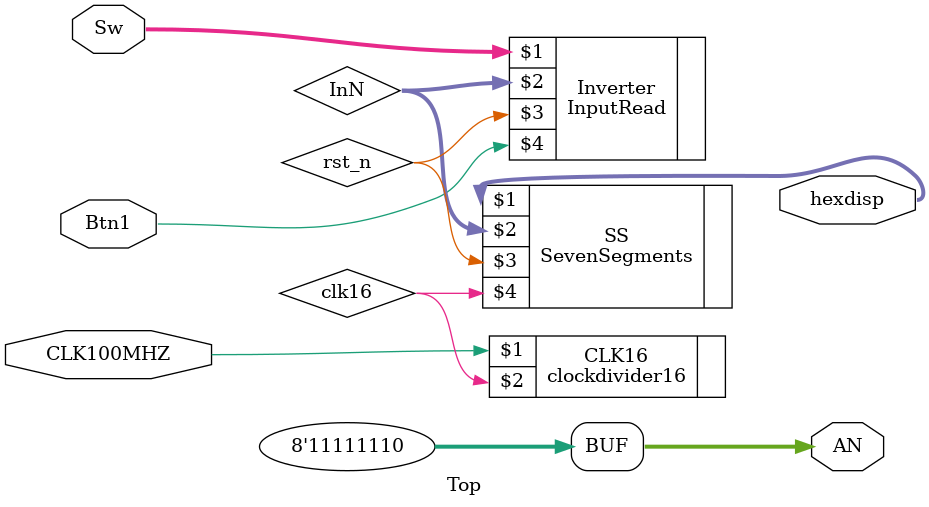
<source format=v>
`timescale 1ns / 1ps

module Top(Sw, hexdisp, AN, Btn1, CLK100MHZ);
    output [6:0] hexdisp;
    output [7:0] AN;
    input [3:0] Sw;
    input Btn1;
    input CLK100MHZ;
    
    wire [3:0] InN;
    wire rst_n;
    wire clk16;
    
    assign AN[0] = 0;
    assign AN[1] = 1;
    assign AN[2] = 1;
    assign AN[3] = 1;
    assign AN[4] = 1;
    assign AN[5] = 1;
    assign AN[6] = 1;
    assign AN[7] = 1;
    
    InputRead Inverter(Sw, InN, rst_n, Btn1);
    
    clockdivider16 CLK16(CLK100MHZ, clk16);
    
    SevenSegments SS(hexdisp, InN, rst_n, clk16);
endmodule

</source>
